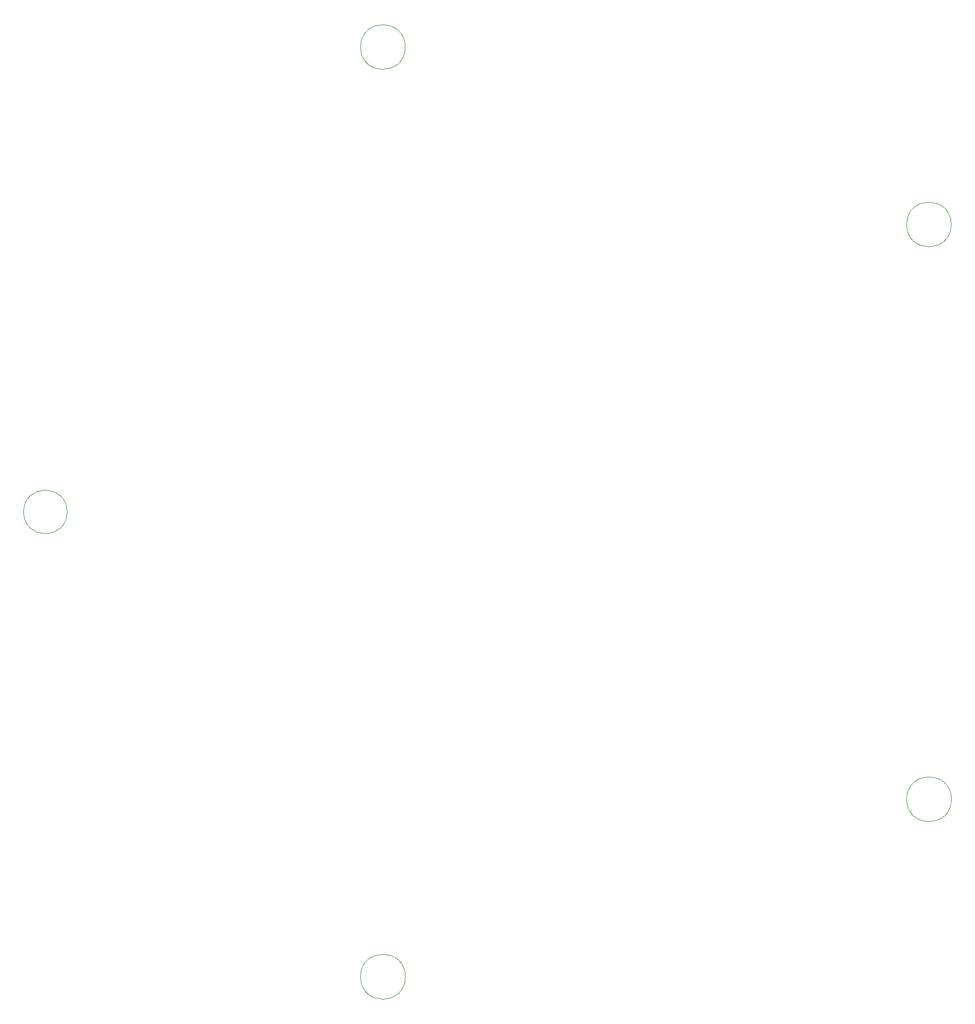
<source format=gbr>
%TF.GenerationSoftware,KiCad,Pcbnew,5.1.9-73d0e3b20d~88~ubuntu20.10.1*%
%TF.CreationDate,2021-06-02T15:00:00-07:00*%
%TF.ProjectId,72mm_id_4_row_168_led,37326d6d-5f69-4645-9f34-5f726f775f31,rev?*%
%TF.SameCoordinates,Original*%
%TF.FileFunction,Legend,Bot*%
%TF.FilePolarity,Positive*%
%FSLAX46Y46*%
G04 Gerber Fmt 4.6, Leading zero omitted, Abs format (unit mm)*
G04 Created by KiCad (PCBNEW 5.1.9-73d0e3b20d~88~ubuntu20.10.1) date 2021-06-02 15:00:00*
%MOMM*%
%LPD*%
G01*
G04 APERTURE LIST*
%ADD10C,0.120000*%
G04 APERTURE END LIST*
D10*
X164971311Y-55300000D02*
G75*
G03*
X164971311Y-55300000I-3471311J0D01*
G01*
X80000001Y-27700000D02*
G75*
G03*
X80000001Y-27700000I-3476349J0D01*
G01*
X27383785Y-100000000D02*
G75*
G03*
X27383785Y-100000000I-3383785J0D01*
G01*
X80029328Y-172300000D02*
G75*
G03*
X80029328Y-172300000I-3492658J0D01*
G01*
X165000001Y-144700000D02*
G75*
G03*
X165000001Y-144700000I-3482815J0D01*
G01*
M02*

</source>
